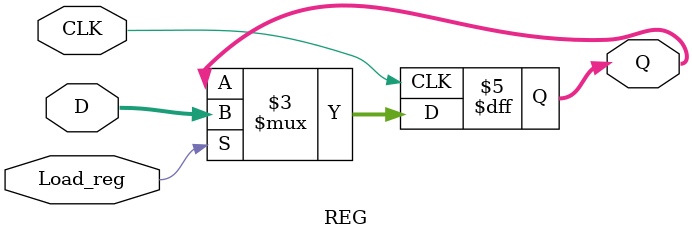
<source format=v>
`timescale 1ns / 1ps

module BUFF #(parameter DATA_WIDTH = 32)
            (A, Y, E);
input [DATA_WIDTH-1:0] A;
input E;
output [DATA_WIDTH-1:0] Y;

assign Y = (E) ? A : 'bz;

endmodule

module CMP #(parameter DATA_WIDTH = 32)
            (A, B, GT);
input [DATA_WIDTH-1:0] A, B;
output GT;

assign GT = (A > B) ? 1 : 0;

endmodule

module CNT #(parameter DATA_WIDTH = 32)
            (D, Load_cnt, EN, CLK, Q);
//parameter DATA_WIDTH = 4;
input [DATA_WIDTH-1:0] D;
input Load_cnt, EN, CLK;
output reg [DATA_WIDTH-1:0] Q;

always@(posedge CLK)
begin
    if (EN)
    begin
        if (Load_cnt)
            Q = D;
        else
            Q = Q - 1;
    end
end

endmodule

module CU(Go, clk, gt, Done, cw, rst, error, Err);
input Go, clk;
input gt;
input rst;
input error;
output reg Done;
output reg [4:0] cw;
output reg Err;

reg [1:0] CS, NS;   //there are a total of three states

initial
    CS = 2'b00;
/*
always@(rst)
    if(rst)
        CS = 3'b000;
*/
//Next-State Logic (combinational) based on the state transition diagram
always@(CS, Go, gt, rst, error)
begin
    if(rst)
        NS = 2'b00;
    else
    begin
      case(CS)
        2'b00: begin
                    if(!Go)
                        NS = 2'b00;
                    else
                        NS = 2'b01;
               end
        2'b01: begin
                    NS = 2'b10;
               end
        2'b10: begin
                    if(gt && (!error))
                        NS = 2'b10;
                    else
                        NS = 2'b00;
               end
        default: NS = 2'b00;
      endcase
    end
end

//State Register (sequential)
always@(posedge clk)
    CS <= NS;

//Output Logic (combinational) based on the output table
always@(CS, error, gt)
begin
    case(CS)
    2'b00: begin
                cw = 5'b00000;
                Done = 0;
                Err = 0;
           end
    2'b01: begin
                cw = 5'b11100;
                Done = 0;
                Err = 0;
           end
    2'b10: begin
                if(error)
                begin
                    cw = 5'b00010;
                    Err = 1;
                    Done = 1;
                end
                else if(!error && gt)
                begin
                    cw = 5'b01110;
                    Err = 0;
                    Done = 0;
                end
                else
                begin
                    cw = 5'b00011;
                    Err = 0;
                    Done = 1;
                end
           end
endcase
end

endmodule

module DP_fact #(parameter DATA_WIDTH = 32)
                (n, out, cw, clk, gt, error);
input [DATA_WIDTH-1:0] n;
input [4:0] cw;
input clk;
output [DATA_WIDTH-1:0] out;
output gt, error;
wire Load_cnt, EN, Load_reg, sel, OE;
wire [DATA_WIDTH-1:0] cnt, D, product, z;

assign {Load_cnt, EN, Load_reg, sel, OE} = cw;

CNT #(DATA_WIDTH) U0(.D(n), .Load_cnt(Load_cnt), .EN(EN), .CLK(clk), .Q(cnt));
REG #(DATA_WIDTH) U1(.D(D), .Load_reg(Load_reg), .CLK(clk), .Q(product));
CMP #(DATA_WIDTH) U2(.A(cnt), .B(1), .GT(gt));
//CMP #(DATA_WIDTH) U6(.A(z), .B(99999999), .GT(error));
CMP #(DATA_WIDTH) U6(.A(cnt), .B(12), .GT(error));
MUL #(DATA_WIDTH) U3(.x(cnt), .y(product), .z(z));
MUX #(DATA_WIDTH) U4(.d1(z), .d0(1), .sel(sel), .y(D));
BUFF #(DATA_WIDTH) U5(.A(product), .E(OE), .Y(out));

endmodule


module fact_ad(
    input wire[1:0] A,
    input wire      WE,
    output reg      WE1,
    output reg      WE2,
    output wire [1:0] RdSel);

always @ (*) begin
    case (A)
        2'b00: begin
         WE1 = WE;
         WE2 = 1'b0;
        end
        2'b01: begin
         WE1 = 1'b0;
         WE2 = WE;
        end
        2'b10: begin
         WE1 = 1'b0;
         WE2 = 1'b0;
        end
        2'b11: begin
         WE1 = 1'b0;
         WE2 = 1'b0;
        end
        default: begin
         WE1 = 1'bx;
         WE2 = 1'bx;
        end
    endcase
end

assign RdSel = A;

endmodule

module fact_reg #(parameter w = 32) (
 input wire Clk, Rst,
 input wire [w-1:0] D,
 input wire Load_Reg,
 output reg [w-1:0] Q);

always @ (posedge Clk, posedge Rst)
    if (Rst)
        Q <= 0;
    else if (Load_Reg)
        Q <= D;
    else
        Q <= Q;

endmodule

module fact_top(
 input [1:0] A,
 input WE,
 input [3:0] WD,
 input Clk, Rst,
 output reg [31:0] RD);

wire WE1, WE2, Go, GoPulse, Done, Err, GoPulseCmb;
wire [1:0] RdSel;
wire [3:0] n;
wire [31:0] nf, Result;
reg ResDone, ResErr;

fact_ad fad(A, WE, WE1, WE2, RdSel);
fact_reg #(4) fn(Clk, Rst, WD, WE1, n);
fact_reg #(1) fgo(Clk, Rst, WD[0], WE2, Go);
fact_reg fresult(Clk, Rst, nf, Done, Result);
Factorial fact(GoPulse, {28'b0, n}, Clk, Done, nf, Rst, Err);

assign GoPulseCmb = WD[0] & WE2;
assign GoPulse = GoPulseCmb;

//Factorial Result Done Register
always @ (posedge Clk, posedge Rst)
begin
    if (Rst)
        ResDone <= 1'b0;
    else
        ResDone <= (~GoPulseCmb) & (Done | ResDone);
end

//Factorial Result Err Register
always @ (posedge Clk, posedge Rst)
begin
    if (Rst)
        ResErr <= 1'b0;
    else
        ResErr <= (~GoPulseCmb) & (Err | ResErr);
end

//Read Data Logic (the output MUX):
always @ (*) begin
    case (RdSel)
        2'b00:   RD = {{(32-4){1'b0}}, n};
        2'b01:   RD = {{31{1'b0}}, Go};
        2'b10:   RD = {{30{1'b0}}, ResErr, ResDone};
        2'b11:   RD = Result;
        default: RD = {31{1'bx}};
    endcase
end

endmodule

module Factorial #(parameter DATA_WIDTH = 32)
                    (Go, n, clk, Done, out, rst, Err);
input Go, clk, rst;
input [DATA_WIDTH-1:0] n;
output Done, Err;
output [DATA_WIDTH-1:0] out;
wire [4:0] cw;
wire gt, error;

CU U0(Go, clk, gt, Done, cw, rst, error, Err);
DP_fact #(DATA_WIDTH) U1(n, out, cw, clk, gt, error);

endmodule

module MUL #(parameter DATA_WIDTH = 32)
            (x, y, z);
input[DATA_WIDTH-1:0] x, y;
output[DATA_WIDTH-1:0] z;

assign z = x * y;

endmodule

module MUX #(parameter DATA_WIDTH = 32)
            (d1, d0, sel, y);
input [DATA_WIDTH-1:0] d1, d0;
input sel;
output [DATA_WIDTH-1:0] y;

assign y = (sel) ? d1 : d0;

endmodule

module REG #(parameter DATA_WIDTH = 32)
            (D, Load_reg, CLK, Q);
input[DATA_WIDTH-1:0] D;
input Load_reg, CLK;
output reg [DATA_WIDTH-1:0] Q;

always@(posedge CLK)
begin
    if(Load_reg)
        Q = D;
    else
        Q = Q;
end

endmodule



</source>
